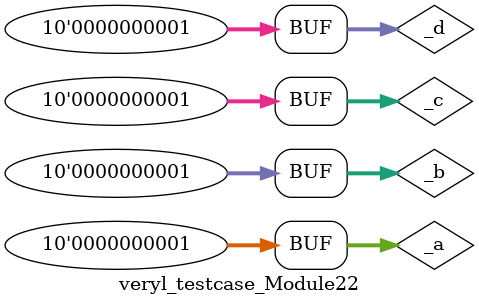
<source format=sv>
module veryl_testcase_Module22;
    logic     signed [10-1:0] _a;
    always_comb _a = 1;
    tri logic signed [10-1:0] _b;
    assign _b = 1;
    tri logic signed [10-1:0] _c;
    assign _c = 1;
    logic            [10-1:0] _d;
    always_comb _d = 1;
endmodule
//# sourceMappingURL=../map/testcases/sv/22_type_modifier.sv.map

</source>
